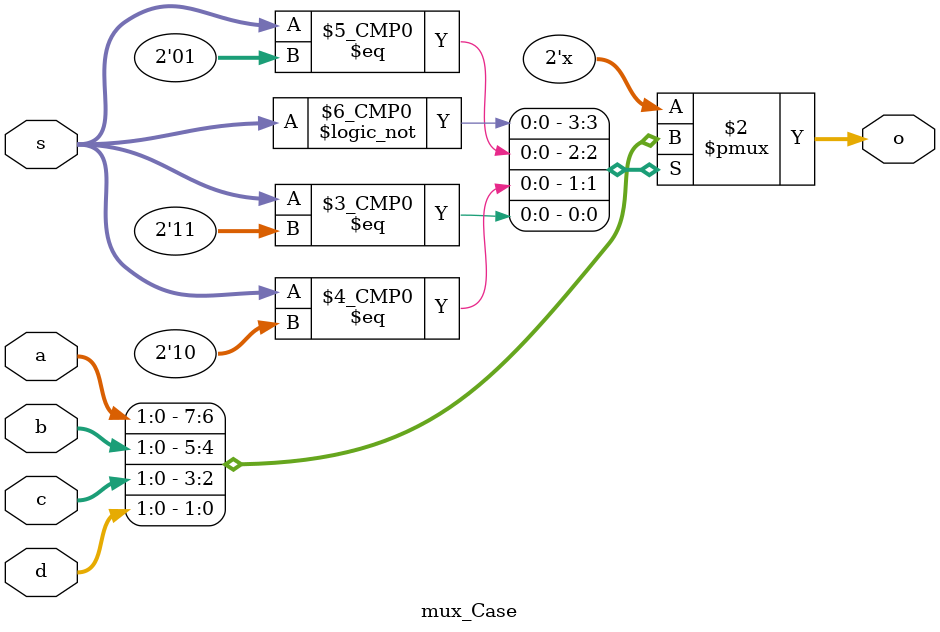
<source format=v>
module mux_Case(a,b,c,d,s,o);
input [1:0] a,b,c,d,s;
output reg [1:0] o;

always @ (a or b or c or d or s)
begin
  case(s)
  2'b00 : begin
    o <= a; 
  end
  2'b01 : begin
    o <= b;
  end
  2'b10 : begin
    o <= c;
  end
  2'b11 : begin
    o <= d;
  end
  default : begin
    o <= 2'b00;
  end
  endcase
end

endmodule
</source>
